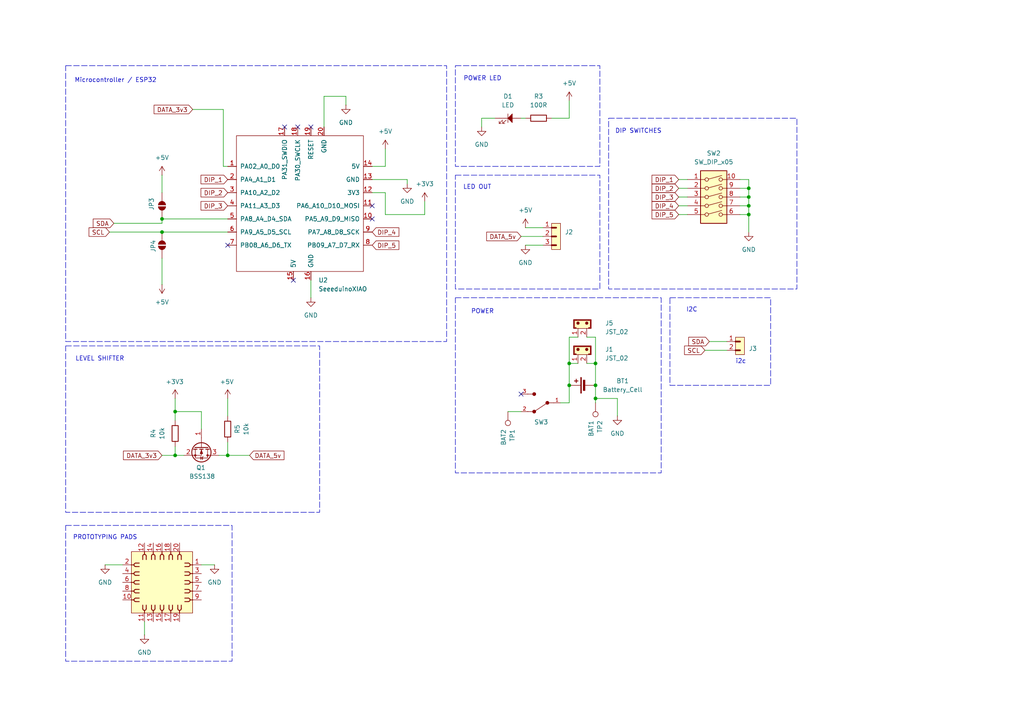
<source format=kicad_sch>
(kicad_sch (version 20231120) (generator "eeschema") (generator_version "8.0")
  (paper "A4")
  (lib_symbols
    (symbol "Connector:TestPoint" (pin_numbers hide) (pin_names (offset 0.762) hide)
      (property "Reference" "TP" (at 0 6.858 0))
      (property "Value" "TestPoint" (at 0 5.08 0))
      (symbol "TestPoint_0_1"
        (circle (center 0 3.302) (radius 0.762))
      )
      (symbol "TestPoint_1_1"
        (pin passive line (at 0 0 90) (length 2.54) (name "1") (number "1"))
      )
    )
    (symbol "Device:Battery_Cell" (pin_numbers hide) (pin_names (offset 0) hide)
      (property "Reference" "BT" (at 2.54 2.54 0))
      (property "Value" "Battery_Cell" (at 2.54 0 0))
      (symbol "Battery_Cell_0_1"
        (rectangle (start -2.286 1.778) (end 2.286 1.524) (fill (type outline)))
        (rectangle (start -1.524 1.016) (end 1.524 0.508) (fill (type outline)))
        (polyline (pts (xy 0 0.762) (xy 0 0)))
        (polyline (pts (xy 0 1.778) (xy 0 2.54)))
        (polyline (pts (xy 0.762 3.048) (xy 1.778 3.048)) (stroke (width 0.254)))
        (polyline (pts (xy 1.27 3.556) (xy 1.27 2.54)) (stroke (width 0.254)))
      )
      (symbol "Battery_Cell_1_1"
        (pin passive line (at 0 5.08 270) (length 2.54) (name "+") (number "1"))
        (pin passive line (at 0 -2.54 90) (length 2.54) (name "-") (number "2"))
      )
    )
    (symbol "Interactiles_Symbol_Library:SeeeduinoXIAO" (pin_names (offset 1.016))
      (property "Reference" "U" (at -19.05 22.86 0))
      (property "Value" "SeeeduinoXIAO" (at -12.7 21.59 0))
      (symbol "SeeeduinoXIAO_0_1"
        (rectangle (start -19.05 20.32) (end 17.78 -19.05))
      )
      (symbol "SeeeduinoXIAO_1_1"
        (pin unspecified line (at -21.59 11.43 0) (length 2.54) (name "PA02_A0_D0") (number "1"))
        (pin unspecified line (at 20.32 -3.81 180) (length 2.54) (name "PA5_A9_D9_MISO") (number "10"))
        (pin unspecified line (at 20.32 0 180) (length 2.54) (name "PA6_A10_D10_MOSI") (number "11"))
        (pin unspecified line (at 20.32 3.81 180) (length 2.54) (name "3V3") (number "12"))
        (pin unspecified line (at 20.32 7.62 180) (length 2.54) (name "GND") (number "13"))
        (pin unspecified line (at 20.32 11.43 180) (length 2.54) (name "5V") (number "14"))
        (pin input line (at -2.54 -21.59 90) (length 2.54) (name "5V") (number "15"))
        (pin input line (at 2.54 -21.59 90) (length 2.54) (name "GND") (number "16"))
        (pin input line (at -5.08 22.86 270) (length 2.54) (name "PA31_SWDIO") (number "17"))
        (pin input line (at -1.27 22.86 270) (length 2.54) (name "PA30_SWCLK") (number "18"))
        (pin input line (at 2.54 22.86 270) (length 2.54) (name "RESET") (number "19"))
        (pin unspecified line (at -21.59 7.62 0) (length 2.54) (name "PA4_A1_D1") (number "2"))
        (pin input line (at 6.35 22.86 270) (length 2.54) (name "GND") (number "20"))
        (pin unspecified line (at -21.59 3.81 0) (length 2.54) (name "PA10_A2_D2") (number "3"))
        (pin unspecified line (at -21.59 0 0) (length 2.54) (name "PA11_A3_D3") (number "4"))
        (pin unspecified line (at -21.59 -3.81 0) (length 2.54) (name "PA8_A4_D4_SDA") (number "5"))
        (pin unspecified line (at -21.59 -7.62 0) (length 2.54) (name "PA9_A5_D5_SCL") (number "6"))
        (pin unspecified line (at -21.59 -11.43 0) (length 2.54) (name "PB08_A6_D6_TX") (number "7"))
        (pin unspecified line (at 20.32 -11.43 180) (length 2.54) (name "PB09_A7_D7_RX") (number "8"))
        (pin unspecified line (at 20.32 -7.62 180) (length 2.54) (name "PA7_A8_D8_SCK") (number "9"))
      )
    )
    (symbol "Jumper:SolderJumper_2_Open" (pin_numbers hide) (pin_names (offset 0) hide) (exclude_from_sim yes) (in_bom no)
      (property "Reference" "JP" (at 0 2.032 0))
      (property "Value" "SolderJumper_2_Open" (at 0 -2.54 0))
      (symbol "SolderJumper_2_Open_0_1"
        (arc (start -0.254 1.016) (mid -1.2656 0) (end -0.254 -1.016))
        (arc (start -0.254 1.016) (mid -1.2656 0) (end -0.254 -1.016) (fill (type outline)))
        (polyline (pts (xy -0.254 1.016) (xy -0.254 -1.016)))
        (polyline (pts (xy 0.254 1.016) (xy 0.254 -1.016)))
        (arc (start 0.254 -1.016) (mid 1.2656 0) (end 0.254 1.016))
        (arc (start 0.254 -1.016) (mid 1.2656 0) (end 0.254 1.016) (fill (type outline)))
      )
      (symbol "SolderJumper_2_Open_1_1"
        (pin passive line (at -3.81 0 0) (length 2.54) (name "A") (number "1"))
        (pin passive line (at 3.81 0 180) (length 2.54) (name "B") (number "2"))
      )
    )
    (symbol "PCM_SL_Connectors:JST_02"
      (property "Reference" "J" (at 0 7.62 0))
      (property "Value" "JST_02" (at 0 5.08 0))
      (symbol "JST_02_0_1"
        (rectangle (start -1.27 2.54) (end 1.27 -2.54) (fill (type background)))
        (polyline (pts (xy -1.27 -1.778) (xy -1.27 -2.54) (xy 1.27 -2.54) (xy 1.27 -1.778) (xy 1.016 -1.778) (xy 1.016 -2.286) (xy -1.016 -2.286) (xy -1.016 -1.778) (xy -1.27 -1.778)) (fill (type outline)))
        (polyline (pts (xy 1.27 1.778) (xy 1.27 2.54) (xy -1.27 2.54) (xy -1.27 1.778) (xy -1.016 1.778) (xy -1.016 2.286) (xy 1.016 2.286) (xy 1.016 1.778) (xy 1.27 1.778)) (fill (type outline)))
        (circle (center 0.254 -1.27) (radius 0.381) (fill (type outline)))
        (circle (center 0.254 1.27) (radius 0.381) (fill (type outline)))
        (rectangle (start 1.016 1.778) (end 1.27 -1.778) (fill (type outline)))
      )
      (symbol "JST_02_1_1"
        (pin passive line (at -3.81 1.27 0) (length 2.54) (name "") (number "1"))
        (pin passive line (at -3.81 -1.27 0) (length 2.54) (name "") (number "2"))
      )
    )
    (symbol "PCM_SL_Devices:LED"
      (property "Reference" "D" (at -0.508 5.334 0))
      (property "Value" "LED" (at -0.508 2.794 0))
      (symbol "LED_0_1"
        (polyline (pts (xy -1.27 0) (xy -2.54 0)))
        (polyline (pts (xy 0 1.27) (xy 0 -1.27)))
        (polyline (pts (xy 0.508 0.508) (xy 1.524 1.524)))
        (polyline (pts (xy 1.27 0) (xy 2.54 0)))
        (polyline (pts (xy 1.524 0.508) (xy 2.54 1.524)))
        (polyline (pts (xy 1.524 1.524) (xy 0.889 1.524)))
        (polyline (pts (xy 1.524 1.524) (xy 1.524 0.889)))
        (polyline (pts (xy 2.54 1.524) (xy 1.905 1.524)))
        (polyline (pts (xy 2.54 1.524) (xy 2.54 0.889)))
        (polyline (pts (xy 0 0) (xy -1.27 -1.27) (xy -1.27 1.27) (xy 0 0) (xy 1.27 0)) (fill (type outline)))
      )
      (symbol "LED_1_1"
        (pin passive line (at 3.81 0 180) (length 1.5) (name "~") (number "1"))
        (pin passive line (at -3.81 0 0) (length 1.5) (name "") (number "2"))
      )
    )
    (symbol "PCM_SL_Devices:Slide_Switch_SPDT_P3mm_10x5x10mm"
      (property "Reference" "SW" (at 0 6.35 0))
      (property "Value" "Slide_Switch_SPDT_P3mm_10x5x10mm" (at -1.27 -5.08 0))
      (symbol "Slide_Switch_SPDT_P3mm_10x5x10mm_0_1"
        (circle (center -2.54 0) (radius 0.4579) (fill (type outline)))
        (polyline (pts (xy -4.445 0) (xy -3.048 0)))
        (polyline (pts (xy -2.54 0) (xy 1.27 2.54)))
        (polyline (pts (xy 1.778 -2.54) (xy 3.175 -2.54)))
        (polyline (pts (xy 1.778 2.54) (xy 3.175 2.54)))
        (circle (center 1.27 -2.54) (radius 0.4579) (fill (type outline)))
        (circle (center 1.27 2.54) (radius 0.4579) (fill (type outline)))
      )
      (symbol "Slide_Switch_SPDT_P3mm_10x5x10mm_1_1"
        (pin passive line (at -6.35 0 0) (length 2) (name "") (number "1"))
        (pin passive line (at 5.08 2.54 180) (length 2) (name "") (number "2"))
        (pin passive line (at 5.08 -2.54 180) (length 2) (name "") (number "3"))
      )
    )
    (symbol "PCM_SL_Pin_Headers:PINHD_1x2_Male"
      (property "Reference" "J" (at 0 6.35 0))
      (property "Value" "PINHD_1x2_Male" (at 0 3.81 0))
      (symbol "PINHD_1x2_Male_0_1"
        (rectangle (start -1.27 2.54) (end 1.27 -2.54) (fill (type background)))
        (polyline (pts (xy -1.27 -1.27) (xy 0 -1.27)) (stroke (width 0.3)))
        (polyline (pts (xy -1.27 -1.27) (xy 0 -1.27)) (stroke (width 0.5)))
        (polyline (pts (xy -1.27 1.27) (xy 0 1.27)) (stroke (width 0.3)))
        (polyline (pts (xy -1.27 1.27) (xy 0 1.27)) (stroke (width 0.5)))
      )
      (symbol "PINHD_1x2_Male_1_1"
        (pin passive line (at -3.81 1.27 0) (length 2.54) (name "") (number "1"))
        (pin passive line (at -3.81 -1.27 0) (length 2.54) (name "") (number "2"))
      )
    )
    (symbol "PCM_SL_Pin_Headers:PINHD_1x3_Male"
      (property "Reference" "J" (at 0 7.62 0))
      (property "Value" "PINHD_1x3_Male" (at 0 5.08 0))
      (symbol "PINHD_1x3_Male_0_1"
        (rectangle (start -1.27 3.81) (end 1.27 -3.81) (fill (type background)))
        (polyline (pts (xy -1.27 -2.54) (xy 0 -2.54)) (stroke (width 0.3)))
        (polyline (pts (xy -1.27 -2.54) (xy 0 -2.54)) (stroke (width 0.5)))
        (polyline (pts (xy -1.27 0) (xy 0 0)) (stroke (width 0.3)))
        (polyline (pts (xy -1.27 0) (xy 0 0)) (stroke (width 0.5)))
        (polyline (pts (xy -1.27 2.54) (xy 0 2.54)) (stroke (width 0.3)))
        (polyline (pts (xy -1.27 2.54) (xy 0 2.54)) (stroke (width 0.5)))
      )
      (symbol "PINHD_1x3_Male_1_1"
        (pin passive line (at -3.81 2.54 0) (length 2.54) (name "") (number "1"))
        (pin passive line (at -3.81 0 0) (length 2.54) (name "") (number "2"))
        (pin passive line (at -3.81 -2.54 0) (length 2.54) (name "") (number "3"))
      )
    )
    (symbol "PCM_SL_Pin_Headers:Prototyping_pads"
      (property "Reference" "J" (at 0 11.43 0))
      (property "Value" "PINHD_2x5_Female" (at -2.54 8.89 0))
      (symbol "Prototyping_pads_0_1"
        (rectangle (start -8.89 8.89) (end 8.89 -8.89) (fill (type background)))
        (arc (start -8.128 -5.08) (mid -7.9792 -5.4392) (end -7.62 -5.588) (stroke (width 0.25)))
        (arc (start -8.128 -2.54) (mid -7.9792 -2.8992) (end -7.62 -3.048) (stroke (width 0.25)))
        (arc (start -8.128 0) (mid -7.9792 -0.3592) (end -7.62 -0.508) (stroke (width 0.25)))
        (arc (start -8.128 2.54) (mid -7.9792 2.1808) (end -7.62 2.032) (stroke (width 0.25)))
        (arc (start -8.128 5.08) (mid -7.9792 4.7208) (end -7.62 4.572) (stroke (width 0.25)))
        (arc (start -7.62 -4.572) (mid -7.9792 -4.7208) (end -8.128 -5.08) (stroke (width 0.25)))
        (arc (start -7.62 -2.032) (mid -7.9792 -2.1808) (end -8.128 -2.54) (stroke (width 0.25)))
        (arc (start -7.62 0.508) (mid -7.9792 0.3592) (end -8.128 0) (stroke (width 0.25)))
        (arc (start -7.62 3.048) (mid -7.9792 2.8992) (end -8.128 2.54) (stroke (width 0.25)))
        (arc (start -7.62 5.588) (mid -7.9792 5.4392) (end -8.128 5.08) (stroke (width 0.25)))
        (arc (start -5.588 -7.62) (mid -5.4392 -7.9792) (end -5.08 -8.128) (stroke (width 0.25)))
        (arc (start -5.08 -8.128) (mid -4.7208 -7.9792) (end -4.572 -7.62) (stroke (width 0.25)))
        (arc (start -5.08 8.128) (mid -5.4392 7.9792) (end -5.588 7.62) (stroke (width 0.25)))
        (arc (start -4.572 7.62) (mid -4.7208 7.9792) (end -5.08 8.128) (stroke (width 0.25)))
        (arc (start -3.048 -7.62) (mid -2.8992 -7.9792) (end -2.54 -8.128) (stroke (width 0.25)))
        (arc (start -2.54 -8.128) (mid -2.1808 -7.9792) (end -2.032 -7.62) (stroke (width 0.25)))
        (arc (start -2.54 8.128) (mid -2.8992 7.9792) (end -3.048 7.62) (stroke (width 0.25)))
        (arc (start -2.032 7.62) (mid -2.1808 7.9792) (end -2.54 8.128) (stroke (width 0.25)))
        (arc (start -0.508 -7.62) (mid -0.3592 -7.9792) (end 0 -8.128) (stroke (width 0.25)))
        (arc (start 0 -8.128) (mid 0.3592 -7.9792) (end 0.508 -7.62) (stroke (width 0.25)))
        (polyline (pts (xy -8.89 -5.08) (xy -8.128 -5.08)) (stroke (width 0.25)))
        (polyline (pts (xy -8.89 -2.54) (xy -8.128 -2.54)) (stroke (width 0.25)))
        (polyline (pts (xy -8.89 0) (xy -8.128 0)) (stroke (width 0.25)))
        (polyline (pts (xy -8.89 2.54) (xy -8.128 2.54)) (stroke (width 0.25)))
        (polyline (pts (xy -8.89 5.08) (xy -8.128 5.08)) (stroke (width 0.25)))
        (polyline (pts (xy -7.62 -5.588) (xy -6.604 -5.588)) (stroke (width 0.25)))
        (polyline (pts (xy -7.62 -4.572) (xy -6.604 -4.572)) (stroke (width 0.25)))
        (polyline (pts (xy -7.62 -3.048) (xy -6.604 -3.048)) (stroke (width 0.25)))
        (polyline (pts (xy -7.62 -2.032) (xy -6.604 -2.032)) (stroke (width 0.25)))
        (polyline (pts (xy -7.62 -0.508) (xy -6.604 -0.508)) (stroke (width 0.25)))
        (polyline (pts (xy -7.62 0.508) (xy -6.604 0.508)) (stroke (width 0.25)))
        (polyline (pts (xy -7.62 2.032) (xy -6.604 2.032)) (stroke (width 0.25)))
        (polyline (pts (xy -7.62 3.048) (xy -6.604 3.048)) (stroke (width 0.25)))
        (polyline (pts (xy -7.62 4.572) (xy -6.604 4.572)) (stroke (width 0.25)))
        (polyline (pts (xy -7.62 5.588) (xy -6.604 5.588)) (stroke (width 0.25)))
        (polyline (pts (xy -5.588 -7.62) (xy -5.588 -6.604)) (stroke (width 0.25)))
        (polyline (pts (xy -5.588 7.62) (xy -5.588 6.604)) (stroke (width 0.25)))
        (polyline (pts (xy -5.08 -8.89) (xy -5.08 -8.128)) (stroke (width 0.25)))
        (polyline (pts (xy -5.08 8.89) (xy -5.08 8.128)) (stroke (width 0.25)))
        (polyline (pts (xy -4.572 -7.62) (xy -4.572 -6.604)) (stroke (width 0.25)))
        (polyline (pts (xy -4.572 7.62) (xy -4.572 6.604)) (stroke (width 0.25)))
        (polyline (pts (xy -3.048 -7.62) (xy -3.048 -6.604)) (stroke (width 0.25)))
        (polyline (pts (xy -3.048 7.62) (xy -3.048 6.604)) (stroke (width 0.25)))
        (polyline (pts (xy -2.54 -8.89) (xy -2.54 -8.128)) (stroke (width 0.25)))
        (polyline (pts (xy -2.54 8.89) (xy -2.54 8.128)) (stroke (width 0.25)))
        (polyline (pts (xy -2.032 -7.62) (xy -2.032 -6.604)) (stroke (width 0.25)))
        (polyline (pts (xy -2.032 7.62) (xy -2.032 6.604)) (stroke (width 0.25)))
        (polyline (pts (xy -0.508 -7.62) (xy -0.508 -6.604)) (stroke (width 0.25)))
        (polyline (pts (xy -0.508 7.62) (xy -0.508 6.604)) (stroke (width 0.25)))
        (polyline (pts (xy 0 -8.89) (xy 0 -8.128)) (stroke (width 0.25)))
        (polyline (pts (xy 0 8.89) (xy 0 8.128)) (stroke (width 0.25)))
        (polyline (pts (xy 0.508 -7.62) (xy 0.508 -6.604)) (stroke (width 0.25)))
        (polyline (pts (xy 0.508 7.62) (xy 0.508 6.604)) (stroke (width 0.25)))
        (polyline (pts (xy 2.032 -7.62) (xy 2.032 -6.604)) (stroke (width 0.25)))
        (polyline (pts (xy 2.032 7.62) (xy 2.032 6.604)) (stroke (width 0.25)))
        (polyline (pts (xy 2.54 -8.89) (xy 2.54 -8.128)) (stroke (width 0.25)))
        (polyline (pts (xy 2.54 8.89) (xy 2.54 8.128)) (stroke (width 0.25)))
        (polyline (pts (xy 3.048 -7.62) (xy 3.048 -6.604)) (stroke (width 0.25)))
        (polyline (pts (xy 3.048 7.62) (xy 3.048 6.604)) (stroke (width 0.25)))
        (polyline (pts (xy 4.572 -7.62) (xy 4.572 -6.604)) (stroke (width 0.25)))
        (polyline (pts (xy 4.572 7.62) (xy 4.572 6.604)) (stroke (width 0.25)))
        (polyline (pts (xy 5.08 -8.89) (xy 5.08 -8.128)) (stroke (width 0.25)))
        (polyline (pts (xy 5.08 8.89) (xy 5.08 8.128)) (stroke (width 0.25)))
        (polyline (pts (xy 5.588 -7.62) (xy 5.588 -6.604)) (stroke (width 0.25)))
        (polyline (pts (xy 5.588 7.62) (xy 5.588 6.604)) (stroke (width 0.25)))
        (polyline (pts (xy 7.62 -5.588) (xy 6.604 -5.588)) (stroke (width 0.25)))
        (polyline (pts (xy 7.62 -4.572) (xy 6.604 -4.572)) (stroke (width 0.25)))
        (polyline (pts (xy 7.62 -3.048) (xy 6.604 -3.048)) (stroke (width 0.25)))
        (polyline (pts (xy 7.62 -2.032) (xy 6.604 -2.032)) (stroke (width 0.25)))
        (polyline (pts (xy 7.62 -0.508) (xy 6.604 -0.508)) (stroke (width 0.25)))
        (polyline (pts (xy 7.62 0.508) (xy 6.604 0.508)) (stroke (width 0.25)))
        (polyline (pts (xy 7.62 2.032) (xy 6.604 2.032)) (stroke (width 0.25)))
        (polyline (pts (xy 7.62 3.048) (xy 6.604 3.048)) (stroke (width 0.25)))
        (polyline (pts (xy 7.62 4.572) (xy 6.604 4.572)) (stroke (width 0.25)))
        (polyline (pts (xy 7.62 5.588) (xy 6.604 5.588)) (stroke (width 0.25)))
        (polyline (pts (xy 8.89 -5.08) (xy 8.128 -5.08)) (stroke (width 0.25)))
        (polyline (pts (xy 8.89 -2.54) (xy 8.128 -2.54)) (stroke (width 0.25)))
        (polyline (pts (xy 8.89 0) (xy 8.128 0)) (stroke (width 0.25)))
        (polyline (pts (xy 8.89 2.54) (xy 8.128 2.54)) (stroke (width 0.25)))
        (polyline (pts (xy 8.89 5.08) (xy 8.128 5.08)) (stroke (width 0.25)))
        (arc (start 0 8.128) (mid -0.3592 7.9792) (end -0.508 7.62) (stroke (width 0.25)))
        (arc (start 0.508 7.62) (mid 0.3592 7.9792) (end 0 8.128) (stroke (width 0.25)))
        (arc (start 2.032 -7.62) (mid 2.1808 -7.9792) (end 2.54 -8.128) (stroke (width 0.25)))
        (arc (start 2.54 -8.128) (mid 2.8992 -7.9792) (end 3.048 -7.62) (stroke (width 0.25)))
        (arc (start 2.54 8.128) (mid 2.1808 7.9792) (end 2.032 7.62) (stroke (width 0.25)))
        (arc (start 3.048 7.62) (mid 2.8992 7.9792) (end 2.54 8.128) (stroke (width 0.25)))
        (arc (start 4.572 -7.62) (mid 4.7208 -7.9792) (end 5.08 -8.128) (stroke (width 0.25)))
        (arc (start 5.08 -8.128) (mid 5.4392 -7.9792) (end 5.588 -7.62) (stroke (width 0.25)))
        (arc (start 5.08 8.128) (mid 4.7208 7.9792) (end 4.572 7.62) (stroke (width 0.25)))
        (arc (start 5.588 7.62) (mid 5.4392 7.9792) (end 5.08 8.128) (stroke (width 0.25)))
        (arc (start 7.62 -5.588) (mid 7.9792 -5.4392) (end 8.128 -5.08) (stroke (width 0.25)))
        (arc (start 7.62 -3.048) (mid 7.9792 -2.8992) (end 8.128 -2.54) (stroke (width 0.25)))
        (arc (start 7.62 -0.508) (mid 7.9792 -0.3592) (end 8.128 0) (stroke (width 0.25)))
        (arc (start 7.62 2.032) (mid 7.9792 2.1808) (end 8.128 2.54) (stroke (width 0.25)))
        (arc (start 7.62 4.572) (mid 7.9792 4.7208) (end 8.128 5.08) (stroke (width 0.25)))
        (arc (start 8.128 -5.08) (mid 7.9792 -4.7208) (end 7.62 -4.572) (stroke (width 0.25)))
        (arc (start 8.128 -2.54) (mid 7.9792 -2.1808) (end 7.62 -2.032) (stroke (width 0.25)))
        (arc (start 8.128 0) (mid 7.9792 0.3592) (end 7.62 0.508) (stroke (width 0.25)))
        (arc (start 8.128 2.54) (mid 7.9792 2.8992) (end 7.62 3.048) (stroke (width 0.25)))
        (arc (start 8.128 5.08) (mid 7.9792 5.4392) (end 7.62 5.588) (stroke (width 0.25)))
      )
      (symbol "Prototyping_pads_1_1"
        (pin passive line (at 11.43 5.08 180) (length 2.5) (name "") (number "1"))
        (pin passive line (at -11.43 -5.08 0) (length 2.54) (name "") (number "10"))
        (pin passive line (at -5.08 -11.43 90) (length 2.54) (name "") (number "11"))
        (pin passive line (at -5.08 11.43 270) (length 2.54) (name "") (number "12"))
        (pin passive line (at -2.54 -11.43 90) (length 2.54) (name "") (number "13"))
        (pin passive line (at -2.54 11.43 270) (length 2.54) (name "") (number "14"))
        (pin passive line (at 0 -11.43 90) (length 2.54) (name "") (number "15"))
        (pin passive line (at 0 11.43 270) (length 2.54) (name "") (number "16"))
        (pin passive line (at 2.54 -11.43 90) (length 2.54) (name "") (number "17"))
        (pin passive line (at 2.54 11.43 270) (length 2.54) (name "") (number "18"))
        (pin passive line (at 5.08 -11.43 90) (length 2.54) (name "") (number "19"))
        (pin passive line (at -11.43 5.08 0) (length 2.54) (name "") (number "2"))
        (pin passive line (at 5.08 11.43 270) (length 2.54) (name "") (number "20"))
        (pin passive line (at 11.43 2.54 180) (length 2.5) (name "") (number "3"))
        (pin passive line (at -11.43 2.54 0) (length 2.54) (name "") (number "4"))
        (pin passive line (at 11.43 0 180) (length 2.54) (name "") (number "5"))
        (pin passive line (at -11.43 0 0) (length 2.54) (name "") (number "6"))
        (pin passive line (at 11.43 -2.54 180) (length 2.54) (name "") (number "7"))
        (pin passive line (at -11.43 -2.54 0) (length 2.54) (name "") (number "8"))
        (pin passive line (at 11.43 -5.08 180) (length 2.54) (name "") (number "9"))
      )
    )
    (symbol "PCM_SL_Resistors:10k"
      (property "Reference" "R" (at 0 5.08 0))
      (property "Value" "10k" (at 0 2.54 0))
      (symbol "10k_0_1"
        (rectangle (start -2.286 0.889) (end 2.286 -0.889) (stroke (width 0.24)))
      )
      (symbol "10k_1_1"
        (pin passive line (at -3.81 0 0) (length 1.5) (name "") (number "1"))
        (pin passive line (at 3.81 0 180) (length 1.5) (name "~") (number "2"))
      )
    )
    (symbol "PCM_SL_Resistors:330ohm"
      (property "Reference" "R" (at 0 5.08 0))
      (property "Value" "330ohm" (at 0 2.54 0))
      (symbol "330ohm_0_1"
        (rectangle (start -2.286 0.889) (end 2.286 -0.889) (stroke (width 0.24)))
      )
      (symbol "330ohm_1_1"
        (pin passive line (at -3.81 0 0) (length 1.5) (name "") (number "1"))
        (pin passive line (at 3.81 0 180) (length 1.5) (name "~") (number "2"))
      )
    )
    (symbol "Switch:SW_DIP_x05" (pin_names (offset 0) hide)
      (property "Reference" "SW" (at 0 8.89 0))
      (property "Value" "SW_DIP_x05" (at 0 -8.89 0))
      (symbol "SW_DIP_x05_0_0"
        (circle (center -2.032 -5.08) (radius 0.508))
        (circle (center -2.032 -2.54) (radius 0.508))
        (circle (center -2.032 0) (radius 0.508))
        (circle (center -2.032 2.54) (radius 0.508))
        (circle (center -2.032 5.08) (radius 0.508))
        (polyline (pts (xy -1.524 -4.9276) (xy 2.3622 -3.8862)))
        (polyline (pts (xy -1.524 -2.3876) (xy 2.3622 -1.3462)))
        (polyline (pts (xy -1.524 0.127) (xy 2.3622 1.1684)))
        (polyline (pts (xy -1.524 2.667) (xy 2.3622 3.7084)))
        (polyline (pts (xy -1.524 5.207) (xy 2.3622 6.2484)))
        (circle (center 2.032 -5.08) (radius 0.508))
        (circle (center 2.032 -2.54) (radius 0.508))
        (circle (center 2.032 0) (radius 0.508))
        (circle (center 2.032 2.54) (radius 0.508))
        (circle (center 2.032 5.08) (radius 0.508))
      )
      (symbol "SW_DIP_x05_0_1"
        (rectangle (start -3.81 7.62) (end 3.81 -7.62) (stroke (width 0.254)) (fill (type background)))
      )
      (symbol "SW_DIP_x05_1_1"
        (pin passive line (at -7.62 5.08 0) (length 5.08) (name "~") (number "1"))
        (pin passive line (at 7.62 5.08 180) (length 5.08) (name "~") (number "10"))
        (pin passive line (at -7.62 2.54 0) (length 5.08) (name "~") (number "2"))
        (pin passive line (at -7.62 0 0) (length 5.08) (name "~") (number "3"))
        (pin passive line (at -7.62 -2.54 0) (length 5.08) (name "~") (number "4"))
        (pin passive line (at -7.62 -5.08 0) (length 5.08) (name "~") (number "5"))
        (pin passive line (at 7.62 -5.08 180) (length 5.08) (name "~") (number "6"))
        (pin passive line (at 7.62 -2.54 180) (length 5.08) (name "~") (number "7"))
        (pin passive line (at 7.62 0 180) (length 5.08) (name "~") (number "8"))
        (pin passive line (at 7.62 2.54 180) (length 5.08) (name "~") (number "9"))
      )
    )
    (symbol "Transistor_FET:BSS138" (pin_names hide)
      (property "Reference" "Q" (at 5.08 1.905 0))
      (property "Value" "BSS138" (at 5.08 0 0))
      (symbol "BSS138_0_1"
        (polyline (pts (xy 0.254 0) (xy -2.54 0)))
        (polyline (pts (xy 0.254 1.905) (xy 0.254 -1.905)) (stroke (width 0.254)))
        (polyline (pts (xy 0.762 -1.27) (xy 0.762 -2.286)) (stroke (width 0.254)))
        (polyline (pts (xy 0.762 0.508) (xy 0.762 -0.508)) (stroke (width 0.254)))
        (polyline (pts (xy 0.762 2.286) (xy 0.762 1.27)) (stroke (width 0.254)))
        (polyline (pts (xy 2.54 2.54) (xy 2.54 1.778)))
        (polyline (pts (xy 2.54 -2.54) (xy 2.54 0) (xy 0.762 0)))
        (polyline (pts (xy 0.762 -1.778) (xy 3.302 -1.778) (xy 3.302 1.778) (xy 0.762 1.778)))
        (polyline (pts (xy 1.016 0) (xy 2.032 0.381) (xy 2.032 -0.381) (xy 1.016 0)) (fill (type outline)))
        (polyline (pts (xy 2.794 0.508) (xy 2.921 0.381) (xy 3.683 0.381) (xy 3.81 0.254)))
        (polyline (pts (xy 3.302 0.381) (xy 2.921 -0.254) (xy 3.683 -0.254) (xy 3.302 0.381)))
        (circle (center 1.651 0) (radius 2.794) (stroke (width 0.254)))
        (circle (center 2.54 -1.778) (radius 0.254) (fill (type outline)))
        (circle (center 2.54 1.778) (radius 0.254) (fill (type outline)))
      )
      (symbol "BSS138_1_1"
        (pin input line (at -5.08 0 0) (length 2.54) (name "G") (number "1"))
        (pin passive line (at 2.54 -5.08 90) (length 2.54) (name "S") (number "2"))
        (pin passive line (at 2.54 5.08 270) (length 2.54) (name "D") (number "3"))
      )
    )
    (symbol "power:+3V3" (power) (pin_numbers hide) (pin_names (offset 0) hide)
      (property "Value" "+3V3" (at 0 3.556 0))
      (symbol "+3V3_0_1"
        (polyline (pts (xy -0.762 1.27) (xy 0 2.54)))
        (polyline (pts (xy 0 0) (xy 0 2.54)))
        (polyline (pts (xy 0 2.54) (xy 0.762 1.27)))
      )
      (symbol "+3V3_1_1"
        (pin power_in line (at 0 0 90) (length 0) (name "~") (number "1"))
      )
    )
    (symbol "power:GND" (power) (pin_numbers hide) (pin_names (offset 0) hide)
      (property "Value" "GND" (at 0 -3.81 0))
      (symbol "GND_0_1"
        (polyline (pts (xy 0 0) (xy 0 -1.27) (xy 1.27 -1.27) (xy 0 -2.54) (xy -1.27 -1.27) (xy 0 -1.27)))
      )
      (symbol "GND_1_1"
        (pin power_in line (at 0 0 270) (length 0) (name "~") (number "1"))
      )
    )
    (symbol "power:VCC" (power) (pin_numbers hide) (pin_names (offset 0) hide)
      (property "Value" "VCC" (at 0 3.556 0))
      (symbol "VCC_0_1"
        (polyline (pts (xy -0.762 1.27) (xy 0 2.54)))
        (polyline (pts (xy 0 0) (xy 0 2.54)))
        (polyline (pts (xy 0 2.54) (xy 0.762 1.27)))
      )
      (symbol "VCC_1_1"
        (pin power_in line (at 0 0 90) (length 0) (name "~") (number "1"))
      )
    )
  )
  (junction (at 165.1 111.76))
  (junction (at 50.8 119.38))
  (junction (at 217.17 62.23))
  (junction (at 217.17 57.15))
  (junction (at 46.99 67.31))
  (junction (at 50.8 132.08))
  (junction (at 217.17 59.69))
  (junction (at 172.72 105.41))
  (junction (at 46.99 63.5))
  (junction (at 172.72 115.57))
  (junction (at 66.04 132.08))
  (junction (at 165.1 105.41))
  (junction (at 217.17 54.61))
  (junction (at 172.72 111.76))
  (no_connect (at 86.36 36.83))
  (no_connect (at 90.17 36.83))
  (no_connect (at 82.55 36.83))
  (no_connect (at 151.13 114.3))
  (no_connect (at 107.95 63.5))
  (no_connect (at 85.09 81.28))
  (no_connect (at 107.95 59.69))
  (no_connect (at 66.04 71.12))
  (wire (pts (xy 46.99 67.31) (xy 66.04 67.31)))
  (wire (pts (xy 90.17 86.36) (xy 90.17 81.28)))
  (wire (pts (xy 217.17 59.69) (xy 217.17 57.15)))
  (wire (pts (xy 170.18 97.79) (xy 172.72 97.79)))
  (wire (pts (xy 100.33 27.94) (xy 100.33 30.48)))
  (wire (pts (xy 66.04 132.08) (xy 72.39 132.08)))
  (wire (pts (xy 46.99 132.08) (xy 50.8 132.08)))
  (wire (pts (xy 179.07 120.65) (xy 179.07 115.57)))
  (wire (pts (xy 64.77 48.26) (xy 66.04 48.26)))
  (wire (pts (xy 196.85 52.07) (xy 199.39 52.07)))
  (wire (pts (xy 165.1 111.76) (xy 165.1 116.84)))
  (wire (pts (xy 172.72 111.76) (xy 172.72 115.57)))
  (wire (pts (xy 217.17 57.15) (xy 217.17 54.61)))
  (wire (pts (xy 50.8 115.57) (xy 50.8 119.38)))
  (wire (pts (xy 165.1 105.41) (xy 167.64 105.41)))
  (wire (pts (xy 111.76 62.23) (xy 123.19 62.23)))
  (wire (pts (xy 217.17 59.69) (xy 214.63 59.69)))
  (wire (pts (xy 139.7 34.29) (xy 143.51 34.29)))
  (wire (pts (xy 46.99 64.77) (xy 46.99 63.5)))
  (wire (pts (xy 217.17 62.23) (xy 214.63 62.23)))
  (wire (pts (xy 217.17 54.61) (xy 214.63 54.61)))
  (wire (pts (xy 118.11 52.07) (xy 118.11 53.34)))
  (wire (pts (xy 123.19 62.23) (xy 123.19 58.42)))
  (wire (pts (xy 196.85 62.23) (xy 199.39 62.23)))
  (wire (pts (xy 172.72 111.76) (xy 172.72 105.41)))
  (wire (pts (xy 58.42 163.83) (xy 62.23 163.83)))
  (wire (pts (xy 58.42 124.46) (xy 58.42 119.38)))
  (wire (pts (xy 172.72 97.79) (xy 172.72 105.41)))
  (wire (pts (xy 64.77 31.75) (xy 64.77 48.26)))
  (wire (pts (xy 204.47 101.6) (xy 210.82 101.6)))
  (wire (pts (xy 170.18 105.41) (xy 172.72 105.41)))
  (wire (pts (xy 93.98 27.94) (xy 100.33 27.94)))
  (wire (pts (xy 139.7 34.29) (xy 139.7 36.83)))
  (wire (pts (xy 151.13 68.58) (xy 157.48 68.58)))
  (wire (pts (xy 165.1 116.84) (xy 162.56 116.84)))
  (wire (pts (xy 111.76 48.26) (xy 107.95 48.26)))
  (wire (pts (xy 151.13 119.38) (xy 147.32 119.38)))
  (wire (pts (xy 50.8 132.08) (xy 50.8 129.54)))
  (wire (pts (xy 66.04 115.57) (xy 66.04 120.65)))
  (wire (pts (xy 31.75 67.31) (xy 46.99 67.31)))
  (wire (pts (xy 196.85 59.69) (xy 199.39 59.69)))
  (wire (pts (xy 165.1 97.79) (xy 165.1 105.41)))
  (wire (pts (xy 46.99 74.93) (xy 46.99 82.55)))
  (wire (pts (xy 172.72 115.57) (xy 172.72 116.84)))
  (wire (pts (xy 217.17 52.07) (xy 214.63 52.07)))
  (wire (pts (xy 196.85 54.61) (xy 199.39 54.61)))
  (wire (pts (xy 111.76 43.18) (xy 111.76 48.26)))
  (wire (pts (xy 107.95 52.07) (xy 118.11 52.07)))
  (wire (pts (xy 41.91 180.34) (xy 41.91 184.15)))
  (wire (pts (xy 152.4 71.12) (xy 157.48 71.12)))
  (wire (pts (xy 217.17 57.15) (xy 214.63 57.15)))
  (wire (pts (xy 66.04 132.08) (xy 66.04 128.27)))
  (wire (pts (xy 111.76 55.88) (xy 111.76 62.23)))
  (wire (pts (xy 165.1 29.21) (xy 165.1 34.29)))
  (wire (pts (xy 165.1 111.76) (xy 165.1 105.41)))
  (wire (pts (xy 152.4 34.29) (xy 151.13 34.29)))
  (wire (pts (xy 50.8 132.08) (xy 53.34 132.08)))
  (wire (pts (xy 217.17 67.31) (xy 217.17 62.23)))
  (wire (pts (xy 152.4 66.04) (xy 157.48 66.04)))
  (wire (pts (xy 165.1 34.29) (xy 160.02 34.29)))
  (wire (pts (xy 46.99 50.8) (xy 46.99 55.88)))
  (wire (pts (xy 179.07 115.57) (xy 172.72 115.57)))
  (wire (pts (xy 33.02 64.77) (xy 46.99 64.77)))
  (wire (pts (xy 107.95 55.88) (xy 111.76 55.88)))
  (wire (pts (xy 167.64 97.79) (xy 165.1 97.79)))
  (wire (pts (xy 50.8 119.38) (xy 50.8 121.92)))
  (wire (pts (xy 58.42 119.38) (xy 50.8 119.38)))
  (wire (pts (xy 93.98 36.83) (xy 93.98 27.94)))
  (wire (pts (xy 30.48 163.83) (xy 35.56 163.83)))
  (wire (pts (xy 196.85 57.15) (xy 199.39 57.15)))
  (wire (pts (xy 55.88 31.75) (xy 64.77 31.75)))
  (wire (pts (xy 217.17 62.23) (xy 217.17 59.69)))
  (wire (pts (xy 205.74 99.06) (xy 210.82 99.06)))
  (wire (pts (xy 46.99 63.5) (xy 66.04 63.5)))
  (wire (pts (xy 63.5 132.08) (xy 66.04 132.08)))
  (wire (pts (xy 217.17 54.61) (xy 217.17 52.07)))
  (rectangle (start 19.05 19.05) (end 129.54 99.06) (stroke (width 0) (type dash)))
  (rectangle (start 132.08 86.36) (end 191.77 137.16) (stroke (width 0) (type dash)))
  (rectangle (start 194.31 86.36) (end 223.52 111.76) (stroke (width 0) (type dash)))
  (rectangle (start 19.05 100.33) (end 92.71 148.59) (stroke (width 0) (type dash)))
  (rectangle (start 176.53 34.29) (end 231.14 83.82) (stroke (width 0) (type dash)))
  (rectangle (start 19.05 152.4) (end 67.31 191.77) (stroke (width 0) (type dash)))
  (rectangle (start 132.08 50.8) (end 173.99 83.82) (stroke (width 0) (type dash)))
  (rectangle (start 132.08 19.05) (end 173.99 48.26) (stroke (width 0) (type dash)))
  (text "LEVEL SHIFTER" (at 28.956 104.14 0) (effects (font (size 1.27 1.27))))
  (text "I2C\n" (at 200.66 89.916 0) (effects (font (size 1.27 1.27))))
  (text "POWER\n" (at 139.954 90.424 0) (effects (font (size 1.27 1.27))))
  (text "PROTOTYPING PADS\n" (at 30.48 155.956 0) (effects (font (size 1.27 1.27))))
  (text "DIP SWITCHES" (at 185.166 38.1 0) (effects (font (size 1.27 1.27))))
  (text "Microcontroller / ESP32\n\n" (at 33.528 24.384 0) (effects (font (size 1.27 1.27))))
  (text "LED OUT" (at 138.43 54.356 0) (effects (font (size 1.27 1.27))))
  (text "POWER LED\n" (at 139.954 22.86 0) (effects (font (size 1.27 1.27))))
  (text "i2c" (at 214.884 104.902 0) (effects (font (size 1.27 1.27))))
  (global_label "DIP_1" (shape input) (at 66.04 52.07 180) (property "Intersheetrefs" "${INTERSHEET_REFS}" (effects (hide yes))))
  (global_label "SCL" (shape input) (at 204.47 101.6 180) (property "Intersheetrefs" "${INTERSHEET_REFS}" (effects (hide yes))))
  (global_label "DIP_4" (shape input) (at 196.85 59.69 180) (property "Intersheetrefs" "${INTERSHEET_REFS}" (effects (hide yes))))
  (global_label "DIP_3" (shape input) (at 66.04 59.69 180) (property "Intersheetrefs" "${INTERSHEET_REFS}" (effects (hide yes))))
  (global_label "DIP_5" (shape input) (at 196.85 62.23 180) (property "Intersheetrefs" "${INTERSHEET_REFS}" (effects (hide yes))))
  (global_label "DATA_5v" (shape input) (at 151.13 68.58 180) (property "Intersheetrefs" "${INTERSHEET_REFS}" (effects (hide yes))))
  (global_label "DATA_3v3" (shape input) (at 55.88 31.75 180) (property "Intersheetrefs" "${INTERSHEET_REFS}" (effects (hide yes))))
  (global_label "DIP_3" (shape input) (at 196.85 57.15 180) (property "Intersheetrefs" "${INTERSHEET_REFS}" (effects (hide yes))))
  (global_label "DIP_2" (shape input) (at 66.04 55.88 180) (property "Intersheetrefs" "${INTERSHEET_REFS}" (effects (hide yes))))
  (global_label "SDA" (shape input) (at 205.74 99.06 180) (property "Intersheetrefs" "${INTERSHEET_REFS}" (effects (hide yes))))
  (global_label "DATA_3v3" (shape input) (at 46.99 132.08 180) (property "Intersheetrefs" "${INTERSHEET_REFS}" (effects (hide yes))))
  (global_label "SDA" (shape input) (at 33.02 64.77 180) (property "Intersheetrefs" "${INTERSHEET_REFS}" (effects (hide yes))))
  (global_label "DIP_4" (shape input) (at 107.95 67.31 0) (property "Intersheetrefs" "${INTERSHEET_REFS}" (effects (hide yes))))
  (global_label "DIP_5" (shape input) (at 107.95 71.12 0) (property "Intersheetrefs" "${INTERSHEET_REFS}" (effects (hide yes))))
  (global_label "DIP_2" (shape input) (at 196.85 54.61 180) (property "Intersheetrefs" "${INTERSHEET_REFS}" (effects (hide yes))))
  (global_label "DIP_1" (shape input) (at 196.85 52.07 180) (property "Intersheetrefs" "${INTERSHEET_REFS}" (effects (hide yes))))
  (global_label "SCL" (shape input) (at 31.75 67.31 180) (property "Intersheetrefs" "${INTERSHEET_REFS}" (effects (hide yes))))
  (global_label "DATA_5v" (shape input) (at 72.39 132.08 0) (property "Intersheetrefs" "${INTERSHEET_REFS}" (effects (hide yes))))
  (symbol (lib_id "Jumper:SolderJumper_2_Open") (at 46.99 71.12 270) (unit 1) (exclude_from_sim yes) (in_bom no)
    (property "Reference" "JP4" (at 44.45 71.374 0))
    (property "Value" "SolderJumper_2_Open" (effects (hide yes)))
    (property "Footprint" "Jumper:SolderJumper-2_P1.3mm_Open_RoundedPad1.0x1.5mm" (effects (hide yes)))
    (property "Description" "Solder Jumper, 2-pole, open" (effects (hide yes)))
  )
  (symbol (lib_id "Connector:TestPoint") (at 147.32 119.38 180) (unit 1)
    (property "Reference" "TP1" (at 148.5901 124.46 90) (effects (justify left)))
    (property "Value" "BAT2" (at 146.0501 124.46 90) (effects (justify left)))
    (property "Footprint" "Connector_Wire:SolderWire-0.1sqmm_1x01_D0.4mm_OD1mm" (effects (hide yes)))
    (property "Description" "test point" (effects (hide yes)))
  )
  (symbol (lib_id "PCM_SL_Resistors:330ohm") (at 156.21 34.29 0) (unit 1)
    (property "Reference" "R3" (at 156.21 27.94 0))
    (property "Value" "100R" (at 156.21 30.48 0))
    (property "Footprint" "Resistor_SMD:R_0603_1608Metric_Pad0.98x0.95mm_HandSolder" (effects (hide yes)))
    (property "Description" "330Ω, 1/4W Resistor" (effects (hide yes)))
  )
  (symbol (lib_id "power:GND") (at 90.17 86.36 0) (unit 1)
    (property "Reference" "#PWR04" (effects (hide yes)))
    (property "Value" "GND" (at 90.17 91.44 0))
    (property "Description" "Power symbol creates a global label with name \"GND\" , ground" (effects (hide yes)))
  )
  (symbol (lib_id "PCM_SL_Pin_Headers:PINHD_1x2_Male") (at 214.63 100.33 0) (unit 1)
    (property "Reference" "J3" (at 217.17 101.092 0) (effects (justify left)))
    (property "Value" "PINHD_1x2_Male" (effects (hide yes)))
    (property "Footprint" "Connector_PinHeader_2.54mm:PinHeader_1x02_P2.54mm_Vertical" (effects (hide yes)))
    (property "Description" "Pin Header male with pin space 2.54mm. Pin Count -2" (effects (hide yes)))
  )
  (symbol (lib_id "power:+3V3") (at 123.19 58.42 0) (unit 1)
    (property "Reference" "#PWR011" (effects (hide yes)))
    (property "Value" "+3V3" (at 123.19 53.34 0))
    (property "Description" "Power symbol creates a global label with name \"+3V3\"" (effects (hide yes)))
  )
  (symbol (lib_id "Device:Battery_Cell") (at 170.18 111.76 90) (unit 1)
    (property "Reference" "BT1" (at 180.594 110.49 90))
    (property "Value" "Battery_Cell" (at 180.594 113.03 90))
    (property "Footprint" "Battery:BatteryHolder_Keystone_2460_1xAA" (effects (hide yes)))
    (property "Description" "Single-cell battery" (effects (hide yes)))
  )
  (symbol (lib_id "PCM_SL_Connectors:JST_02") (at 168.91 101.6 90) (unit 1)
    (property "Reference" "J1" (at 175.514 101.346 90) (effects (justify right)))
    (property "Value" "JST_02" (at 175.514 103.886 90) (effects (justify right)))
    (property "Footprint" "Connector_JST:JST_EH_S2B-EH_1x02_P2.50mm_Horizontal" (effects (hide yes)))
    (property "Description" "JST Connector  2 pins " (effects (hide yes)))
  )
  (symbol (lib_id "Jumper:SolderJumper_2_Open") (at 46.99 59.69 90) (unit 1) (exclude_from_sim yes) (in_bom no)
    (property "Reference" "JP3" (at 43.942 59.182 0))
    (property "Value" "SolderJumper_2_Open" (effects (hide yes)))
    (property "Footprint" "Jumper:SolderJumper-2_P1.3mm_Open_RoundedPad1.0x1.5mm" (effects (hide yes)))
    (property "Description" "Solder Jumper, 2-pole, open" (effects (hide yes)))
  )
  (symbol (lib_id "power:GND") (at 100.33 30.48 0) (unit 1)
    (property "Reference" "#PWR07" (effects (hide yes)))
    (property "Value" "GND" (at 100.33 35.56 0))
    (property "Description" "Power symbol creates a global label with name \"GND\" , ground" (effects (hide yes)))
  )
  (symbol (lib_id "power:+3V3") (at 50.8 115.57 0) (unit 1)
    (property "Reference" "#PWR02" (effects (hide yes)))
    (property "Value" "+3V3" (at 48.006 110.744 0) (effects (justify left)))
    (property "Description" "Power symbol creates a global label with name \"+3V3\"" (effects (hide yes)))
  )
  (symbol (lib_id "power:VCC") (at 111.76 43.18 0) (unit 1)
    (property "Reference" "#PWR09" (effects (hide yes)))
    (property "Value" "+5V" (at 111.76 38.1 0))
    (property "Description" "Power symbol creates a global label with name \"VCC\"" (effects (hide yes)))
  )
  (symbol (lib_id "PCM_SL_Connectors:JST_02") (at 168.91 93.98 90) (unit 1)
    (property "Reference" "J5" (at 175.514 93.726 90) (effects (justify right)))
    (property "Value" "JST_02" (at 175.514 96.266 90) (effects (justify right)))
    (property "Footprint" "Connector_JST:JST_PH_S2B-PH-SM4-TB_1x02-1MP_P2.00mm_Horizontal" (effects (hide yes)))
    (property "Description" "JST Connector  2 pins " (effects (hide yes)))
  )
  (symbol (lib_id "power:GND") (at 30.48 163.83 0) (unit 1)
    (property "Reference" "#PWR013" (effects (hide yes)))
    (property "Value" "GND" (at 30.48 168.91 0))
    (property "Description" "Power symbol creates a global label with name \"GND\" , ground" (effects (hide yes)))
  )
  (symbol (lib_id "power:VCC") (at 152.4 66.04 0) (unit 1)
    (property "Reference" "#PWR018" (effects (hide yes)))
    (property "Value" "+5V" (at 152.4 60.96 0))
    (property "Description" "Power symbol creates a global label with name \"VCC\"" (effects (hide yes)))
  )
  (symbol (lib_id "power:GND") (at 62.23 163.83 0) (unit 1)
    (property "Reference" "#PWR012" (effects (hide yes)))
    (property "Value" "GND" (at 62.23 168.91 0))
    (property "Description" "Power symbol creates a global label with name \"GND\" , ground" (effects (hide yes)))
  )
  (symbol (lib_id "PCM_SL_Pin_Headers:PINHD_1x3_Male") (at 161.29 68.58 0) (unit 1)
    (property "Reference" "J2" (at 163.83 67.3099 0) (effects (justify left)))
    (property "Value" "PINHD_1x3_Male" (effects (hide yes)))
    (property "Footprint" "Connector_PinHeader_2.54mm:PinHeader_1x03_P2.54mm_Vertical" (effects (hide yes)))
    (property "Description" "Pin Header male with pin space 2.54mm. Pin Count -3" (effects (hide yes)))
  )
  (symbol (lib_id "Interactiles_Symbol_Library:SeeeduinoXIAO") (at 87.63 59.69 0) (unit 1)
    (property "Reference" "U2" (at 92.3641 81.28 0) (effects (justify left)))
    (property "Value" "SeeeduinoXIAO" (at 92.3641 83.82 0) (effects (justify left)))
    (property "Footprint" "Seeed Xiao:Seeeduino XIAO-MOUDLE14P-2.54-21X17.8MM" (effects (hide yes)))
  )
  (symbol (lib_id "power:VCC") (at 46.99 50.8 0) (unit 1)
    (property "Reference" "#PWR03" (effects (hide yes)))
    (property "Value" "+5V" (at 46.99 45.72 0))
    (property "Description" "Power symbol creates a global label with name \"VCC\"" (effects (hide yes)))
  )
  (symbol (lib_id "power:GND") (at 179.07 120.65 0) (unit 1)
    (property "Reference" "#PWR08" (effects (hide yes)))
    (property "Value" "GND" (at 179.07 125.73 0))
    (property "Description" "Power symbol creates a global label with name \"GND\" , ground" (effects (hide yes)))
  )
  (symbol (lib_id "power:VCC") (at 165.1 29.21 0) (unit 1)
    (property "Reference" "#PWR015" (effects (hide yes)))
    (property "Value" "+5V" (at 165.1 24.13 0))
    (property "Description" "Power symbol creates a global label with name \"VCC\"" (effects (hide yes)))
  )
  (symbol (lib_id "PCM_SL_Devices:LED") (at 147.32 34.29 180) (unit 1)
    (property "Reference" "D1" (at 147.32 27.94 0))
    (property "Value" "LED" (at 147.32 30.48 0))
    (property "Footprint" "LED_SMD:LED_0805_2012Metric_Pad1.15x1.40mm_HandSolder" (effects (hide yes)))
    (property "Description" "Common 5mm diameter LED" (effects (hide yes)))
  )
  (symbol (lib_id "power:GND") (at 152.4 71.12 0) (unit 1)
    (property "Reference" "#PWR019" (effects (hide yes)))
    (property "Value" "GND" (at 152.4 76.2 0))
    (property "Description" "Power symbol creates a global label with name \"GND\" , ground" (effects (hide yes)))
  )
  (symbol (lib_id "power:GND") (at 139.7 36.83 0) (unit 1)
    (property "Reference" "#PWR01" (effects (hide yes)))
    (property "Value" "GND" (at 139.7 41.91 0))
    (property "Description" "Power symbol creates a global label with name \"GND\" , ground" (effects (hide yes)))
  )
  (symbol (lib_id "power:VCC") (at 46.99 82.55 180) (unit 1)
    (property "Reference" "#PWR06" (effects (hide yes)))
    (property "Value" "+5V" (at 46.99 87.63 0))
    (property "Description" "Power symbol creates a global label with name \"VCC\"" (effects (hide yes)))
  )
  (symbol (lib_id "Connector:TestPoint") (at 172.72 116.84 180) (unit 1)
    (property "Reference" "TP2" (at 173.9901 121.92 90) (effects (justify left)))
    (property "Value" "BAT1" (at 171.4501 121.92 90) (effects (justify left)))
    (property "Footprint" "Connector_Wire:SolderWire-0.1sqmm_1x01_D0.4mm_OD1mm" (effects (hide yes)))
    (property "Description" "test point" (effects (hide yes)))
  )
  (symbol (lib_id "PCM_SL_Devices:Slide_Switch_SPDT_P3mm_10x5x10mm") (at 156.21 116.84 180) (unit 1)
    (property "Reference" "SW3" (at 156.972 122.428 0))
    (property "Value" "Slide_Switch_SPDT_P3mm_10x5x10mm" (effects (hide yes)))
    (property "Footprint" "Button_Switch_SMD:SW_SPDT_PCM12" (effects (hide yes)))
    (property "Description" "SPDT Slide Switch with 10mm length, 5mm width and 10mm hight." (effects (hide yes)))
  )
  (symbol (lib_id "PCM_SL_Pin_Headers:Prototyping_pads") (at 46.99 168.91 0) (unit 1)
    (property "Reference" "J4" (effects (hide yes)))
    (property "Value" "PINHD_2x5_Female" (effects (hide yes)))
    (property "Footprint" "Connector_PinHeader_2.54mm:Prototyping_pad" (effects (hide yes)))
    (property "Description" "Pin Header female with pin space 2.54mm. Pin Count -10" (effects (hide yes)))
  )
  (symbol (lib_id "power:GND") (at 217.17 67.31 0) (unit 1)
    (property "Reference" "#PWR014" (effects (hide yes)))
    (property "Value" "GND" (at 217.17 72.39 0))
    (property "Description" "Power symbol creates a global label with name \"GND\" , ground" (effects (hide yes)))
  )
  (symbol (lib_id "Transistor_FET:BSS138") (at 58.42 129.54 270) (unit 1)
    (property "Reference" "Q1" (at 56.896 135.636 90) (effects (justify left)))
    (property "Value" "BSS138" (at 54.864 138.176 90) (effects (justify left)))
    (property "Footprint" "Package_TO_SOT_SMD:SOT-23" (effects (hide yes)))
    (property "Datasheet" "https://www.onsemi.com/pub/Collateral/BSS138-D.PDF" (effects (hide yes)))
    (property "Description" "50V Vds, 0.22A Id, N-Channel MOSFET, SOT-23" (effects (hide yes)))
  )
  (symbol (lib_id "PCM_SL_Resistors:10k") (at 66.04 124.46 90) (unit 1)
    (property "Reference" "R5" (at 68.834 124.46 0))
    (property "Value" "10k" (at 71.374 124.46 0))
    (property "Footprint" "Resistor_SMD:R_0603_1608Metric_Pad0.98x0.95mm_HandSolder" (effects (hide yes)))
    (property "Description" "10kΩ, 1/4W Resistor" (effects (hide yes)))
  )
  (symbol (lib_id "power:GND") (at 41.91 184.15 0) (unit 1)
    (property "Reference" "#PWR016" (effects (hide yes)))
    (property "Value" "GND" (at 41.91 189.23 0))
    (property "Description" "Power symbol creates a global label with name \"GND\" , ground" (effects (hide yes)))
  )
  (symbol (lib_id "Switch:SW_DIP_x05") (at 207.01 57.15 0) (unit 1)
    (property "Reference" "SW2" (at 207.01 44.45 0))
    (property "Value" "SW_DIP_x05" (at 207.01 46.99 0))
    (property "Footprint" "Button_Switch_SMD:SW_DIP_SPSTx05_Slide_6.7x14.26mm_W8.61mm_P2.54mm_LowProfile" (effects (hide yes)))
    (property "Description" "5x DIP Switch, Single Pole Single Throw (SPST) switch, small symbol" (effects (hide yes)))
  )
  (symbol (lib_id "power:GND") (at 118.11 53.34 0) (unit 1)
    (property "Reference" "#PWR010" (effects (hide yes)))
    (property "Value" "GND" (at 118.11 58.42 0))
    (property "Description" "Power symbol creates a global label with name \"GND\" , ground" (effects (hide yes)))
  )
  (symbol (lib_id "PCM_SL_Resistors:10k") (at 50.8 125.73 90) (unit 1)
    (property "Reference" "R4" (at 44.45 125.73 0))
    (property "Value" "10k" (at 46.99 125.73 0))
    (property "Footprint" "Resistor_SMD:R_0603_1608Metric_Pad0.98x0.95mm_HandSolder" (effects (hide yes)))
    (property "Description" "10kΩ, 1/4W Resistor" (effects (hide yes)))
  )
  (symbol (lib_id "power:VCC") (at 66.04 115.57 0) (unit 1)
    (property "Reference" "#PWR05" (effects (hide yes)))
    (property "Value" "+5V" (at 65.786 110.744 0))
    (property "Description" "Power symbol creates a global label with name \"VCC\"" (effects (hide yes)))
  )
)
</source>
